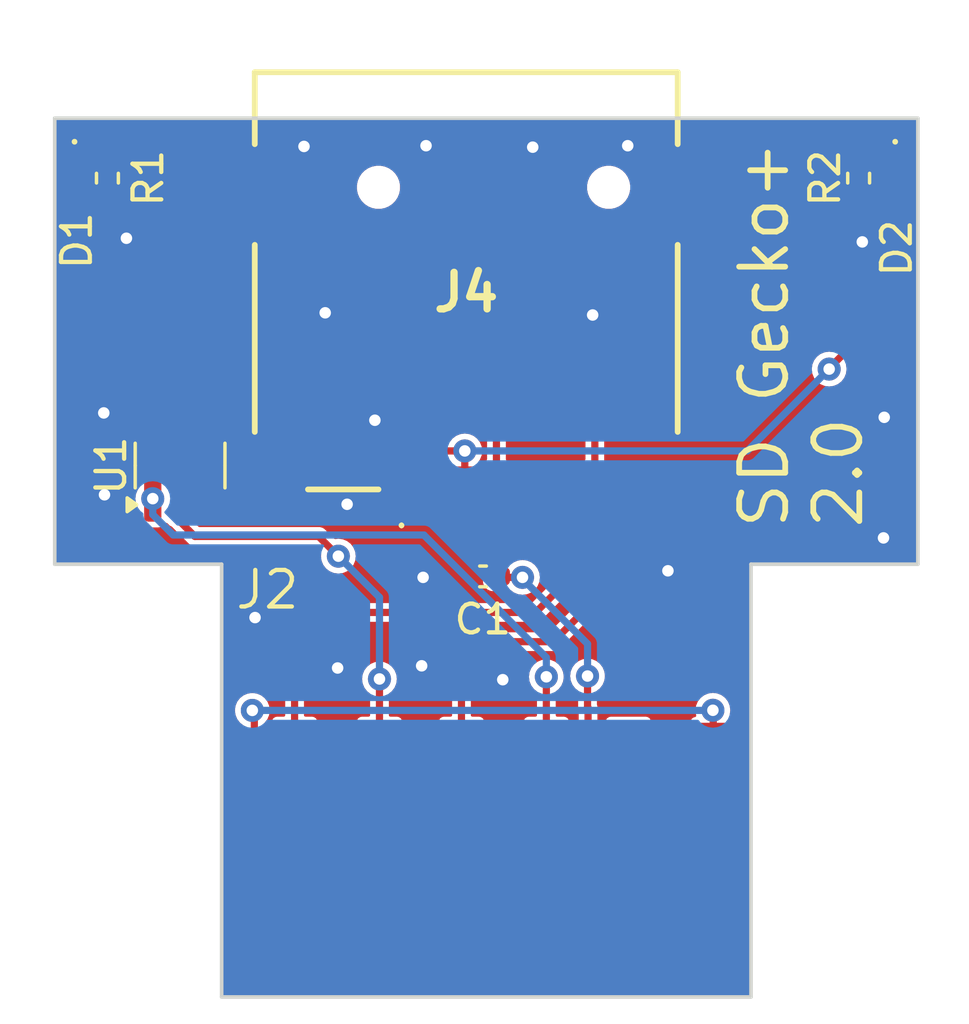
<source format=kicad_pcb>
(kicad_pcb (version 20240108) (generator "pcbnew") (generator_version "8.0")
  (layers (0 "F.Cu" signal) (31 "B.Cu" signal) (34 "B.Paste" user) (35 "F.Paste" user) (36 "B.SilkS" user "B.Silkscreen") (37 "F.SilkS" user "F.Silkscreen") (38 "B.Mask" user) (39 "F.Mask" user) (44 "Edge.Cuts" user))
  (net 0 "")
  (net 1 "Net-(D1-K)")
  (net 2 "/DI")
  (net 3 "/DO")
  (net 4 "/CS")
  (net 5 "/CLK")
  (net 6 "GND")
  (net 7 "Net-(J2-EXTIN)")
  (net 10 "Net-(D2-K)")
  (net 13 "/+3v3")
  (net 16 "Net-(D2-A)")
  (footprint "Capacitor_SMD:C_0402_1005Metric_Pad0.74x0.62mm_HandSolder" (layer "F.Cu") (at 130.937 105.1988 180)
    (property "Reference" "C1" (at 0.008868 -1.490203 0) (layer "F.SilkS"))
    (property "Value" "22uF")
    (fp_line (start -0.115835 0.36) (end 0.115835 0.36) (stroke (width 0.12)) (layer "F.SilkS"))
    (fp_line (start -0.115835 -0.36) (end 0.115835 -0.36) (stroke (width 0.12)) (layer "F.SilkS"))
    (pad "1" smd roundrect (at -0.5675 0 180) (size 0.735 0.62) (layers "F.Cu" "F.Paste" "F.Mask") (net 13 "/+3v3"))
    (pad "2" smd roundrect (at 0.5675 0 180) (size 0.735 0.62) (layers "F.Cu" "F.Paste" "F.Mask") (net 6 "GND"))
  )
  (footprint "LED_SMD:LED_0402_1005Metric_Pad0.77x0.64mm_HandSolder" (layer "F.Cu") (at 116.7384 91.3572 -90)
    (property "Reference" "D1" (at 2.175 -0.0762 90) (layer "F.SilkS"))
    (property "Value" "LED RD GRN")
    (fp_circle (center -1.265 0) (end -1.215 0) (stroke (width 0.1)) (fill none) (layer "F.SilkS"))
    (pad "1" smd roundrect (at -0.5725 0 270) (size 0.765 0.64) (layers "F.Cu" "F.Paste" "F.Mask") (net 1 "Net-(D1-K)"))
    (pad "2" smd roundrect (at 0.5725 0 270) (size 0.765 0.64) (layers "F.Cu" "F.Paste" "F.Mask") (net 2 "/DI"))
  )
  (footprint "Resistor_SMD:R_0402_1005Metric_Pad0.72x0.64mm_HandSolder" (layer "F.Cu") (at 143.9926 91.3572 90)
    (property "Reference" "R2" (at 0 -1.17 90) (layer "F.SilkS"))
    (property "Value" "10R")
    (fp_line (start -0.167621 -0.38) (end 0.167621 -0.38) (stroke (width 0.12)) (layer "F.SilkS"))
    (fp_line (start -0.167621 0.38) (end 0.167621 0.38) (stroke (width 0.12)) (layer "F.SilkS"))
    (pad "1" smd roundrect (at -0.5975 0 90) (size 0.715 0.64) (layers "F.Cu" "F.Paste" "F.Mask") (net 6 "GND"))
    (pad "2" smd roundrect (at 0.5975 0 90) (size 0.715 0.64) (layers "F.Cu" "F.Paste" "F.Mask") (net 10 "Net-(D2-K)"))
  )
  (footprint "Resistor_SMD:R_0402_1005Metric_Pad0.72x0.64mm_HandSolder" (layer "F.Cu") (at 117.8814 91.3572 -90)
    (property "Reference" "R1" (at 0 -1.415726 90) (layer "F.SilkS"))
    (property "Value" "10R")
    (fp_line (start -0.167621 0.38) (end 0.167621 0.38) (stroke (width 0.12)) (layer "F.SilkS"))
    (fp_line (start -0.167621 -0.38) (end 0.167621 -0.38) (stroke (width 0.12)) (layer "F.SilkS"))
    (pad "1" smd roundrect (at -0.5975 0 270) (size 0.715 0.64) (layers "F.Cu" "F.Paste" "F.Mask") (net 1 "Net-(D1-K)"))
    (pad "2" smd roundrect (at 0.5975 0 270) (size 0.715 0.64) (layers "F.Cu" "F.Paste" "F.Mask") (net 6 "GND"))
  )
  (footprint "LED_SMD:LED_0402_1005Metric_Pad0.77x0.64mm_HandSolder" (layer "F.Cu") (at 145.2626 91.3572 -90)
    (property "Reference" "D2" (at 2.429 -0.0508 90) (layer "F.SilkS"))
    (property "Value" "LED WR BLU")
    (fp_circle (center -1.265 0) (end -1.215 0) (stroke (width 0.1)) (fill none) (layer "F.SilkS"))
    (pad "1" smd roundrect (at -0.5725 0 270) (size 0.765 0.64) (layers "F.Cu" "F.Paste" "F.Mask") (net 10 "Net-(D2-K)"))
    (pad "2" smd roundrect (at 0.5725 0 270) (size 0.765 0.64) (layers "F.Cu" "F.Paste" "F.Mask") (net 16 "Net-(D2-A)"))
  )
  (footprint "Package_TO_SOT_SMD:SC-74A-5_1.55x2.9mm_P0.95mm" (layer "F.Cu") (at 120.4073 101.346 90)
    (property "Reference" "U1" (at 0 -2.4 90) (layer "F.SilkS"))
    (property "Value" "74AHC1G32")
    (fp_line (start 0 -1.56) (end 0.775 -1.56) (stroke (width 0.12)) (layer "F.SilkS"))
    (fp_line (start 0 -1.56) (end -0.775 -1.56) (stroke (width 0.12)) (layer "F.SilkS"))
    (fp_line (start 0 1.56) (end 0.775 1.56) (stroke (width 0.12)) (layer "F.SilkS"))
    (fp_line (start 0 1.56) (end -0.775 1.56) (stroke (width 0.12)) (layer "F.SilkS"))
    (fp_poly (pts (xy -1.3625 -1.51) (xy -1.6025 -1.84) (xy -1.1225 -1.84) (xy -1.3625 -1.51)) (stroke (width 0.12)) (fill solid) (layer "F.SilkS"))
    (pad "1" smd roundrect (at -1.15 -0.95 90) (size 1.6 0.6) (layers "F.Cu" "F.Paste" "F.Mask") (net 3 "/DO"))
    (pad "2" smd roundrect (at -1.15 0 90) (size 1.6 0.6) (layers "F.Cu" "F.Paste" "F.Mask") (net 4 "/CS"))
    (pad "3" smd roundrect (at -1.15 0.95 90) (size 1.6 0.6) (layers "F.Cu" "F.Paste" "F.Mask") (net 6 "GND"))
    (pad "4" smd roundrect (at 1.15 0.95 90) (size 1.6 0.6) (layers "F.Cu" "F.Paste" "F.Mask") (net 16 "Net-(D2-A)"))
    (pad "5" smd roundrect (at 1.15 -0.95 90) (size 1.6 0.6) (layers "F.Cu" "F.Paste" "F.Mask") (net 13 "/+3v3"))
  )
  (footprint "MICROSDCARD_Library:MICROSDCARD" (layer "F.Cu") (at 130.3528 95.3262 180)
    (property "Reference" "J4" (at 0 0 180) (layer "F.SilkS") (effects (font (size 1.27 1.27) (thickness 0.254))))
    (property "Value" "MICRO-SD-CARD" (hide yes))
    (fp_line (start 7.35 7.65) (end 7.35 5.15) (stroke (width 0.2)) (layer "F.SilkS"))
    (fp_line (start 7.35 -4.85) (end 7.35 1.65) (stroke (width 0.2)) (layer "F.SilkS"))
    (fp_line (start 3.05 -6.85) (end 5.5 -6.85) (stroke (width 0.2)) (layer "F.SilkS"))
    (fp_line (start 2.25 -8.05) (end 2.25 -8.05) (stroke (width 0.1)) (layer "F.SilkS"))
    (fp_line (start 2.25 -8.15) (end 2.25 -8.15) (stroke (width 0.1)) (layer "F.SilkS"))
    (fp_line (start -7.35 7.65) (end 7.35 7.65) (stroke (width 0.2)) (layer "F.SilkS"))
    (fp_line (start -7.35 5.15) (end -7.35 7.65) (stroke (width 0.2)) (layer "F.SilkS"))
    (fp_line (start -7.35 -4.85) (end -7.35 1.65) (stroke (width 0.2)) (layer "F.SilkS"))
    (fp_arc (start 2.25 -8.05) (mid 2.2 -8.1) (end 2.25 -8.15) (stroke (width 0.1)) (layer "F.SilkS"))
    (fp_arc (start 2.25 -8.15) (mid 2.3 -8.1) (end 2.25 -8.05) (stroke (width 0.1)) (layer "F.SilkS"))
    (pad "" np_thru_hole circle (at -4.95 3.65 180) (size 1 1) (drill 1) (layers "*.Cu" "*.Mask"))
    (pad "" np_thru_hole circle (at 3.05 3.65 180) (size 1 1) (drill 1) (layers "*.Cu" "*.Mask"))
    (pad "1" smd rect (at 2.25 -6.85 180) (size 0.7 1.6) (layers "F.Cu" "F.Paste" "F.Mask"))
    (pad "2" smd rect (at 1.15 -6.85 180) (size 0.7 1.6) (layers "F.Cu" "F.Paste" "F.Mask") (net 6 "GND"))
    (pad "3" smd rect (at 0.05 -6.85 180) (size 0.7 1.6) (layers "F.Cu" "F.Paste" "F.Mask") (net 16 "Net-(D2-A)"))
    (pad "4" smd rect (at -1.05 -6.85 180) (size 0.7 1.6) (layers "F.Cu" "F.Paste" "F.Mask") (net 13 "/+3v3"))
    (pad "5" smd rect (at -2.15 -6.85 180) (size 0.7 1.6) (layers "F.Cu" "F.Paste" "F.Mask") (net 5 "/CLK"))
    (pad "6" smd rect (at -3.25 -6.85 180) (size 0.7 1.6) (layers "F.Cu" "F.Paste" "F.Mask") (net 6 "GND"))
    (pad "7" smd rect (at -4.35 -6.85 180) (size 0.7 1.6) (layers "F.Cu" "F.Paste" "F.Mask") (net 2 "/DI"))
    (pad "8" smd rect (at -5.45 -6.85 180) (size 0.7 1.6) (layers "F.Cu" "F.Paste" "F.Mask"))
    (pad "CD1" smd rect (at -6.55 -6.85 180) (size 0.7 1.6) (layers "F.Cu" "F.Paste" "F.Mask"))
    (pad "G1" smd rect (at -7.75 -6.35 180) (size 1.2 1.4) (layers "F.Cu" "F.Paste" "F.Mask") (net 6 "GND"))
    (pad "MP1" smd rect (at 6.85 -6.35 270) (size 1.4 1.6) (layers "F.Cu" "F.Paste" "F.Mask") (net 6 "GND"))
    (pad "MP2" smd rect (at 7.75 3.25 180) (size 1.2 2.2) (layers "F.Cu" "F.Paste" "F.Mask") (net 6 "GND"))
    (pad "MP3" smd rect (at -7.75 3.25 180) (size 1.2 2.2) (layers "F.Cu" "F.Paste" "F.Mask") (net 6 "GND"))
  )
  (footprint "gecko:GC_MEMCARD" (layer "F.Cu") (at 121.887262 119.751015)
    (property "Reference" "J2" (at 1.556738 -14.087015 0) (layer "F.SilkS") (effects (font (size 1.27 1.27))))
    (property "Value" "~")
    (pad "1" smd rect (at 17.05 -7.58) (size 1.187403 3.771756) (layers "F.Cu" "F.Mask") (net 7 "Net-(J2-EXTIN)"))
    (pad "2" smd rect (at 15.6 -2.78) (size 1.187403 4.679771) (layers "F.Cu" "F.Mask") (net 6 "GND"))
    (pad "3" smd rect (at 14.1 -7.38) (size 1.187403 4.19084) (layers "F.Cu" "F.Mask"))
    (pad "4" smd rect (at 12.7 -3.03) (size 1.187403 4.19084) (layers "F.Cu" "F.Mask") (net 13 "/+3v3"))
    (pad "5" smd rect (at 11.25 -7.38) (size 1.187403 4.19084) (layers "F.Cu" "F.Mask") (net 3 "/DO"))
    (pad "6" smd rect (at 9.8 -3.03) (size 1.187403 4.19084) (layers "F.Cu" "F.Mask"))
    (pad "7" smd rect (at 8.3 -7.38) (size 1.187403 4.19084) (layers "F.Cu" "F.Mask") (net 2 "/DI"))
    (pad "8" smd rect (at 6.9 -3.03) (size 1.187403 4.19084) (layers "F.Cu" "F.Mask"))
    (pad "9" smd rect (at 5.45 -7.38) (size 1.187403 4.19084) (layers "F.Cu" "F.Mask") (net 4 "/CS"))
    (pad "10" smd rect (at 4 -2.83) (size 1.187403 4.679771) (layers "F.Cu" "F.Mask") (net 6 "GND"))
    (pad "11" smd rect (at 2.5 -7.38) (size 1.187403 4.19084) (layers "F.Cu" "F.Mask") (net 5 "/CLK"))
    (pad "12" smd rect (at 1.1 -3.58) (size 1.187403 3.143131) (layers "F.Cu" "F.Mask") (net 7 "Net-(J2-EXTIN)"))
  )
  (gr_line (start 116.05006 89.27418) (end 116.05006 104.775) (stroke (width 0.127)) (layer "Edge.Cuts"))
  (gr_line (start 140.25118 104.775) (end 146.05 104.775) (stroke (width 0.127)) (layer "Edge.Cuts"))
  (gr_line (start 121.85142 104.775) (end 121.85142 119.81434) (stroke (width 0.127)) (layer "Edge.Cuts"))
  (gr_line (start 146.05 89.27418) (end 116.05006 89.27418) (stroke (width 0.127)) (layer "Edge.Cuts"))
  (gr_line (start 146.05 104.775) (end 146.05 89.27418) (stroke (width 0.127)) (layer "Edge.Cuts"))
  (gr_line (start 116.05006 104.775) (end 121.85142 104.775) (stroke (width 0.127)) (layer "Edge.Cuts"))
  (gr_line (start 140.25118 119.81434) (end 140.25118 104.775) (stroke (width 0.127)) (layer "Edge.Cuts"))
  (gr_line (start 121.85142 119.81434) (end 140.25118 119.81434) (stroke (width 0.127)) (layer "Edge.Cuts"))
  (gr_text "SD Gecko+\n2.0" (at 144.2212 103.632 90) (layer "F.SilkS") (effects (font (size 1.6 1.6) (thickness 0.2)) (justify left bottom)))
  (segment (start 117.8564 90.7847) (end 117.8814 90.7597) (width 0.25) (layer "F.Cu") (net 1))
  (segment (start 116.7384 90.7847) (end 117.8564 90.7847) (width 0.25) (layer "F.Cu") (net 1))
  (segment (start 134.8486 102.322) (end 134.7028 102.1762) (width 0.25) (layer "F.Cu") (net 2))
  (segment (start 116.7638 96.0628) (end 116.7638 91.9551) (width 0.25) (layer "F.Cu") (net 2))
  (segment (start 134.7028 102.1762) (end 134.8232 102.0558) (width 0.25) (layer "F.Cu") (net 2))
  (segment (start 132.461 97.1804) (end 117.8814 97.1804) (width 0.25) (layer "F.Cu") (net 2))
  (segment (start 130.187262 112.371015) (end 130.187262 108.420338) (width 0.25) (layer "F.Cu") (net 2))
  (segment (start 117.8814 97.1804) (end 116.7638 96.0628) (width 0.25) (layer "F.Cu") (net 2))
  (segment (start 130.187262 108.420338) (end 131.1402 107.4674) (width 0.25) (layer "F.Cu") (net 2))
  (segment (start 131.1402 107.4674) (end 133.3754 107.4674) (width 0.25) (layer "F.Cu") (net 2))
  (segment (start 134.8232 102.0558) (end 134.8232 99.5426) (width 0.25) (layer "F.Cu") (net 2))
  (segment (start 116.7638 91.9551) (end 116.7384 91.9297) (width 0.25) (layer "F.Cu") (net 2))
  (segment (start 134.8232 99.5426) (end 132.461 97.1804) (width 0.25) (layer "F.Cu") (net 2))
  (segment (start 134.8486 105.9942) (end 134.8486 102.322) (width 0.25) (layer "F.Cu") (net 2))
  (segment (start 133.3754 107.4674) (end 134.8486 105.9942) (width 0.25) (layer "F.Cu") (net 2))
  (segment (start 133.137262 108.687971) (end 133.137262 112.371015) (width 0.25) (layer "F.Cu") (net 3))
  (via (at 119.4573 102.496) (size 0.8) (drill 0.4) (layers "F.Cu" "B.Cu") (net 3))
  (via (at 133.137262 108.687971) (size 0.8) (drill 0.4) (layers "F.Cu" "B.Cu") (net 3))
  (segment (start 128.8796 103.759) (end 133.137262 108.016662) (width 0.25) (layer "B.Cu") (net 3))
  (segment (start 119.4573 103.0489) (end 120.1674 103.759) (width 0.25) (layer "B.Cu") (net 3))
  (segment (start 119.4573 102.496) (end 119.4573 103.0489) (width 0.25) (layer "B.Cu") (net 3))
  (segment (start 120.1674 103.759) (end 128.8796 103.759) (width 0.25) (layer "B.Cu") (net 3))
  (segment (start 133.137262 108.016662) (end 133.137262 108.687971) (width 0.25) (layer "B.Cu") (net 3))
  (segment (start 120.4073 103.295999) (end 120.4073 102.496) (width 0.25) (layer "F.Cu") (net 4))
  (segment (start 127.337262 108.7628) (end 127.337262 112.371015) (width 0.25) (layer "F.Cu") (net 4))
  (segment (start 125.9078 104.4956) (end 125.222 103.8098) (width 0.25) (layer "F.Cu") (net 4))
  (segment (start 125.222 103.8098) (end 120.921101 103.8098) (width 0.25) (layer "F.Cu") (net 4))
  (segment (start 120.921101 103.8098) (end 120.4073 103.295999) (width 0.25) (layer "F.Cu") (net 4))
  (via (at 127.337262 108.7628) (size 0.8) (drill 0.4) (layers "F.Cu" "B.Cu") (net 4))
  (via (at 125.9078 104.4956) (size 0.8) (drill 0.4) (layers "F.Cu" "B.Cu") (net 4))
  (segment (start 127.337262 105.925062) (end 127.337262 108.7628) (width 0.25) (layer "B.Cu") (net 4))
  (segment (start 125.9078 104.4956) (end 127.337262 105.925062) (width 0.25) (layer "B.Cu") (net 4))
  (segment (start 132.5028 102.1762) (end 132.5028 103.2674) (width 0.25) (layer "F.Cu") (net 5))
  (segment (start 124.387262 107.895738) (end 124.387262 112.371015) (width 0.25) (layer "F.Cu") (net 5))
  (segment (start 133.4516 104.2162) (end 133.4516 105.7656) (width 0.25) (layer "F.Cu") (net 5))
  (segment (start 132.5028 103.2674) (end 133.4516 104.2162) (width 0.25) (layer "F.Cu") (net 5))
  (segment (start 125.8316 106.4514) (end 124.387262 107.895738) (width 0.25) (layer "F.Cu") (net 5))
  (segment (start 132.7658 106.4514) (end 125.8316 106.4514) (width 0.25) (layer "F.Cu") (net 5))
  (segment (start 133.4516 105.7656) (end 132.7658 106.4514) (width 0.25) (layer "F.Cu") (net 5))
  (segment (start 123.5028 101.6762) (end 123.825 101.354) (width 0.25) (layer "F.Cu") (net 6))
  (segment (start 133.604 102.175) (end 133.6028 102.1762) (width 0.25) (layer "F.Cu") (net 6))
  (via (at 125.8824 108.3818) (size 0.8) (drill 0.4) (layers "F.Cu" "B.Cu") (net 6))
  (via (at 118.5418 93.4466) (size 0.8) (drill 0.4) (layers "F.Cu" "B.Cu") (net 6))
  (via (at 144.1196 93.5736) (size 0.8) (drill 0.4) (layers "F.Cu" "B.Cu") (net 6))
  (via (at 125.4506 96.0374) (size 0.8) (drill 0.4) (layers "F.Cu" "B.Cu") (net 6))
  (via (at 137.3632 105.0036) (size 0.8) (drill 0.4) (layers "F.Cu" "B.Cu") (net 6))
  (via (at 144.8816 99.6696) (size 0.8) (drill 0.4) (layers "F.Cu" "B.Cu") (net 6))
  (via (at 128.8034 108.3056) (size 0.8) (drill 0.4) (layers "F.Cu" "B.Cu") (net 6))
  (via (at 132.6642 90.281) (size 0.8) (drill 0.4) (layers "F.Cu" "B.Cu") (net 6))
  (via (at 117.7798 102.362) (size 0.8) (drill 0.4) (layers "F.Cu" "B.Cu") (net 6))
  (via (at 128.8542 105.2322) (size 0.8) (drill 0.4) (layers "F.Cu" "B.Cu") (net 6))
  (via (at 134.747 96.1136) (size 0.8) (drill 0.4) (layers "F.Cu" "B.Cu") (net 6))
  (via (at 126.2126 102.6922) (size 0.8) (drill 0.4) (layers "F.Cu" "B.Cu") (net 6))
  (via (at 117.7544 99.5172) (size 0.8) (drill 0.4) (layers "F.Cu" "B.Cu") (net 6))
  (via (at 124.714 90.2556) (size 0.8) (drill 0.4) (layers "F.Cu" "B.Cu") (net 6))
  (via (at 128.9558 90.2302) (size 0.8) (drill 0.4) (layers "F.Cu" "B.Cu") (net 6))
  (via (at 127.1778 99.7712) (size 0.8) (drill 0.4) (layers "F.Cu" "B.Cu") (net 6))
  (via (at 135.9662 90.2302) (size 0.8) (drill 0.4) (layers "F.Cu" "B.Cu") (net 6))
  (via (at 144.8562 103.8606) (size 0.8) (drill 0.4) (layers "F.Cu" "B.Cu") (net 6))
  (via (at 131.6228 108.7882) (size 0.8) (drill 0.4) (layers "F.Cu" "B.Cu") (net 6))
  (via (at 123.0122 106.6292) (size 0.8) (drill 0.4) (layers "F.Cu" "B.Cu") (net 6))
  (segment (start 138.926581 109.85128) (end 138.937262 109.861961) (width 0.25) (layer "F.Cu") (net 7))
  (segment (start 122.987262 116.171015) (end 122.987262 109.924844) (width 0.25) (layer "F.Cu") (net 7))
  (segment (start 122.987262 109.924844) (end 122.917794 109.855376) (width 0.25) (layer "F.Cu") (net 7))
  (segment (start 138.937262 109.861961) (end 138.937262 112.171015) (width 0.25) (layer "F.Cu") (net 7))
  (via (at 138.926581 109.85128) (size 0.8) (drill 0.4) (layers "F.Cu" "B.Cu") (net 7))
  (via (at 122.917794 109.855376) (size 0.8) (drill 0.4) (layers "F.Cu" "B.Cu") (net 7))
  (segment (start 138.926581 109.85128) (end 138.922485 109.855376) (width 0.25) (layer "B.Cu") (net 7))
  (segment (start 138.922485 109.855376) (end 122.917794 109.855376) (width 0.25) (layer "B.Cu") (net 7))
  (segment (start 145.2376 90.7597) (end 145.2626 90.7847) (width 0.25) (layer "F.Cu") (net 10))
  (segment (start 144.018 90.9801) (end 143.9926 90.9547) (width 0.25) (layer "F.Cu") (net 10))
  (segment (start 143.9926 90.7597) (end 145.2376 90.7597) (width 0.25) (layer "F.Cu") (net 10))
  (segment (start 131.4028 105.0971) (end 131.4028 102.1762) (width 0.25) (layer "F.Cu") (net 13))
  (segment (start 131.4028 102.1762) (end 131.4028 100.237) (width 0.25) (layer "F.Cu") (net 13))
  (segment (start 134.569331 109.742807) (end 134.587262 109.760738) (width 0.25) (layer "F.Cu") (net 13))
  (segment (start 131.5379 105.2322) (end 131.4028 105.0971) (width 0.25) (layer "F.Cu") (net 13))
  (segment (start 134.587262 109.760738) (end 134.587262 116.721015) (width 0.25) (layer "F.Cu") (net 13))
  (segment (start 129.6416 98.4758) (end 120.0912 98.4758) (width 0.25) (layer "F.Cu") (net 13))
  (segment (start 134.569331 108.6612) (end 134.569331 109.742807) (width 0.25) (layer "F.Cu") (net 13))
  (segment (start 132.3086 105.2322) (end 131.5379 105.2322) (width 0.25) (layer "F.Cu") (net 13))
  (segment (start 120.0912 98.4758) (end 119.4573 99.1097) (width 0.25) (layer "F.Cu") (net 13))
  (segment (start 119.4573 99.1097) (end 119.4573 100.196) (width 0.25) (layer "F.Cu") (net 13))
  (segment (start 131.4028 100.237) (end 129.6416 98.4758) (width 0.25) (layer "F.Cu") (net 13))
  (via (at 134.569331 108.6612) (size 0.8) (drill 0.4) (layers "F.Cu" "B.Cu") (net 13))
  (via (at 132.3086 105.2322) (size 0.8) (drill 0.4) (layers "F.Cu" "B.Cu") (net 13))
  (segment (start 132.3086 105.2322) (end 132.3086 105.283) (width 0.25) (layer "B.Cu") (net 13))
  (segment (start 134.569331 107.543731) (end 134.569331 108.6612) (width 0.25) (layer "B.Cu") (net 13))
  (segment (start 132.3086 105.283) (end 134.569331 107.543731) (width 0.25) (layer "B.Cu") (net 13))
  (segment (start 130.3028 100.838) (end 125.222 100.838) (width 0.25) (layer "F.Cu") (net 16))
  (segment (start 124.58 100.196) (end 121.3573 100.196) (width 0.25) (layer "F.Cu") (net 16))
  (segment (start 145.2626 95.672495) (end 145.2626 91.9297) (width 0.25) (layer "F.Cu") (net 16))
  (segment (start 125.222 100.838) (end 124.58 100.196) (width 0.25) (layer "F.Cu") (net 16))
  (segment (start 142.967697 97.9932) (end 142.967697 97.967398) (width 0.25) (layer "F.Cu") (net 16))
  (segment (start 130.3028 100.838) (end 130.3028 102.1762) (width 0.25) (layer "F.Cu") (net 16))
  (segment (start 142.967697 97.967398) (end 145.2626 95.672495) (width 0.25) (layer "F.Cu") (net 16))
  (via (at 142.967697 97.9932) (size 0.8) (drill 0.4) (layers "F.Cu" "B.Cu") (net 16))
  (via (at 130.3028 100.838) (size 0.8) (drill 0.4) (layers "F.Cu" "B.Cu") (net 16))
  (segment (start 130.3028 100.838) (end 140.122897 100.838) (width 0.25) (layer "B.Cu") (net 16))
  (segment (start 140.122897 100.838) (end 142.967697 97.9932) (width 0.25) (layer "B.Cu") (net 16))
  (zone (net 6) (net_name "GND") (layers "F&B.Cu") (connect_pads yes (clearance 0)) (min_thickness 0.1) (fill yes (thermal_gap 0.5) (thermal_bridge_width 0.5))
    (polygon (pts (xy 146.9136 85.1662) (xy 147.1168 85.3694) (xy 147.1168 120.7516) (xy 114.2746 120.7516) (xy 114.1476 120.6246) (xy 114.1476 85.1662)))
  )
)
</source>
